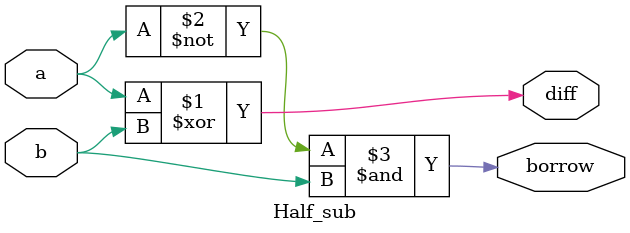
<source format=v>
module Half_sub (
    input  wire a, b,         
    output wire diff, borrow  
);

    
    assign diff   = a ^ b;     
    assign borrow = ~a & b;    

endmodule

</source>
